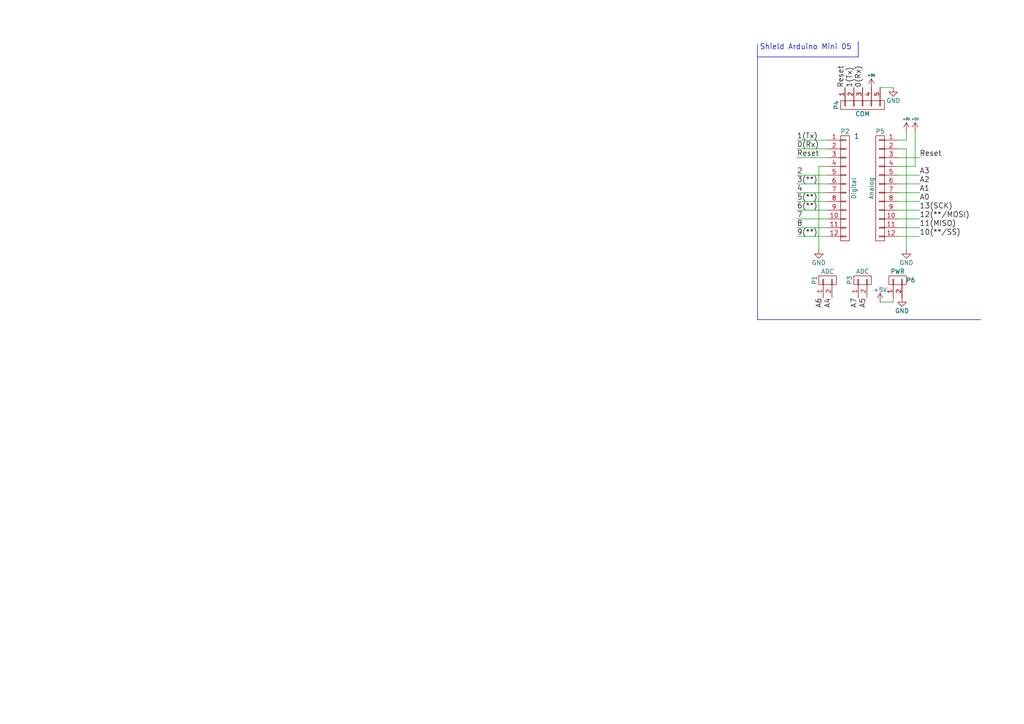
<source format=kicad_sch>
(kicad_sch (version 20230121) (generator eeschema)
  (paper "A4")
  (title_block (date "sam. 04 avril 2015"))
  (lib_symbols
    (symbol "Arduino_Mini-rescue:+5V" (power) (pin_names (offset 0))
      (property "Value" "+5V" (at 0 3.556 0))
      (symbol "+5V_0_1"
        (polyline (pts (xy -0.762 1.27) (xy 0 2.54)))
        (polyline (pts (xy 0 0) (xy 0 2.54)))
        (polyline (pts (xy 0 2.54) (xy 0.762 1.27)))
      )
      (symbol "+5V_1_1"
        (pin power_in line (at 0 0 90) (length 0) hide (name "+5V") (number "1"))
      )
    )
    (symbol "Arduino_Mini-rescue:+9V" (power) (pin_names (offset 0))
      (property "Value" "+9V" (at 0 3.556 0))
      (symbol "+9V_0_1"
        (polyline (pts (xy -0.762 1.27) (xy 0 2.54)))
        (polyline (pts (xy 0 0) (xy 0 2.54)))
        (polyline (pts (xy 0 2.54) (xy 0.762 1.27)))
      )
      (symbol "+9V_1_1"
        (pin power_in line (at 0 0 90) (length 0) hide (name "+9V") (number "1"))
      )
    )
    (symbol "Arduino_Mini-rescue:CONN_01X02" (pin_names (offset 1.016) hide)
      (property "Reference" "P" (at 0 3.81 0))
      (property "Value" "CONN_01X02" (at 2.54 0 90))
      (symbol "CONN_01X02_0_1"
        (rectangle (start -1.27 -1.143) (end 0.254 -1.397))
        (rectangle (start -1.27 1.397) (end 0.254 1.143))
        (rectangle (start -1.27 2.54) (end 1.27 -2.54))
      )
      (symbol "CONN_01X02_1_1"
        (pin passive line (at -5.08 1.27 0) (length 3.81) (name "P1") (number "1"))
        (pin passive line (at -5.08 -1.27 0) (length 3.81) (name "P2") (number "2"))
      )
    )
    (symbol "Arduino_Mini-rescue:CONN_01X05" (pin_names (offset 1.016) hide)
      (property "Reference" "P" (at 0 7.62 0))
      (property "Value" "CONN_01X05" (at 2.54 0 90))
      (symbol "CONN_01X05_0_1"
        (rectangle (start -1.27 -4.953) (end 0.254 -5.207))
        (rectangle (start -1.27 -2.413) (end 0.254 -2.667))
        (rectangle (start -1.27 0.127) (end 0.254 -0.127))
        (rectangle (start -1.27 2.667) (end 0.254 2.413))
        (rectangle (start -1.27 5.207) (end 0.254 4.953))
        (rectangle (start -1.27 6.35) (end 1.27 -6.35))
      )
      (symbol "CONN_01X05_1_1"
        (pin passive line (at -5.08 5.08 0) (length 3.81) (name "P1") (number "1"))
        (pin passive line (at -5.08 2.54 0) (length 3.81) (name "P2") (number "2"))
        (pin passive line (at -5.08 0 0) (length 3.81) (name "P3") (number "3"))
        (pin passive line (at -5.08 -2.54 0) (length 3.81) (name "P4") (number "4"))
        (pin passive line (at -5.08 -5.08 0) (length 3.81) (name "P5") (number "5"))
      )
    )
    (symbol "Arduino_Mini-rescue:CONN_01X12" (pin_names (offset 1.016) hide)
      (property "Reference" "P" (at 0 16.51 0))
      (property "Value" "CONN_01X12" (at 2.54 0 90))
      (symbol "CONN_01X12_0_1"
        (rectangle (start -1.27 -15.24) (end 1.27 15.24))
        (rectangle (start -1.27 -13.843) (end 0.254 -14.097))
        (rectangle (start -1.27 -11.303) (end 0.254 -11.557))
        (rectangle (start -1.27 -8.763) (end 0.254 -9.017))
        (rectangle (start -1.27 -6.223) (end 0.254 -6.477))
        (rectangle (start -1.27 -3.683) (end 0.254 -3.937))
        (rectangle (start -1.27 -1.143) (end 0.254 -1.397))
        (rectangle (start -1.27 1.397) (end 0.254 1.143))
        (rectangle (start -1.27 3.937) (end 0.254 3.683))
        (rectangle (start -1.27 6.477) (end 0.254 6.223))
        (rectangle (start -1.27 9.017) (end 0.254 8.763))
        (rectangle (start -1.27 11.557) (end 0.254 11.303))
        (rectangle (start -1.27 14.097) (end 0.254 13.843))
      )
      (symbol "CONN_01X12_1_1"
        (pin passive line (at -5.08 13.97 0) (length 3.81) (name "P1") (number "1"))
        (pin passive line (at -5.08 -8.89 0) (length 3.81) (name "P10") (number "10"))
        (pin passive line (at -5.08 -11.43 0) (length 3.81) (name "P11") (number "11"))
        (pin passive line (at -5.08 -13.97 0) (length 3.81) (name "P12") (number "12"))
        (pin passive line (at -5.08 11.43 0) (length 3.81) (name "P2") (number "2"))
        (pin passive line (at -5.08 8.89 0) (length 3.81) (name "P3") (number "3"))
        (pin passive line (at -5.08 6.35 0) (length 3.81) (name "P4") (number "4"))
        (pin passive line (at -5.08 3.81 0) (length 3.81) (name "P5") (number "5"))
        (pin passive line (at -5.08 1.27 0) (length 3.81) (name "P6") (number "6"))
        (pin passive line (at -5.08 -1.27 0) (length 3.81) (name "P7") (number "7"))
        (pin passive line (at -5.08 -3.81 0) (length 3.81) (name "P8") (number "8"))
        (pin passive line (at -5.08 -6.35 0) (length 3.81) (name "P9") (number "9"))
      )
    )
    (symbol "Arduino_Mini-rescue:GND" (power) (pin_names (offset 0))
      (property "Value" "GND" (at 0 -3.81 0))
      (symbol "GND_0_1"
        (polyline (pts (xy 0 0) (xy 0 -1.27) (xy 1.27 -1.27) (xy 0 -2.54) (xy -1.27 -1.27) (xy 0 -1.27)))
      )
      (symbol "GND_1_1"
        (pin power_in line (at 0 0 270) (length 0) hide (name "GND") (number "1"))
      )
    )
  )
  (wire (pts (xy 240.03 48.26) (xy 237.49 48.26)))
  (wire (pts (xy 260.35 40.64) (xy 262.89 40.64)))
  (wire (pts (xy 266.7 63.5) (xy 260.35 63.5)))
  (wire (pts (xy 231.14 50.8) (xy 240.03 50.8)))
  (polyline (pts (xy 219.71 92.71) (xy 219.71 12.7)))
  (wire (pts (xy 231.14 60.96) (xy 240.03 60.96)))
  (wire (pts (xy 240.03 63.5) (xy 231.14 63.5)))
  (wire (pts (xy 255.27 25.4) (xy 259.08 25.4)))
  (wire (pts (xy 240.03 53.34) (xy 231.14 53.34)))
  (wire (pts (xy 259.08 87.63) (xy 255.27 87.63)))
  (wire (pts (xy 237.49 48.26) (xy 237.49 72.39)))
  (wire (pts (xy 266.7 58.42) (xy 260.35 58.42)))
  (wire (pts (xy 240.03 68.58) (xy 231.14 68.58)))
  (wire (pts (xy 260.35 60.96) (xy 266.7 60.96)))
  (wire (pts (xy 259.08 86.36) (xy 259.08 87.63)))
  (wire (pts (xy 266.7 66.04) (xy 260.35 66.04)))
  (wire (pts (xy 231.14 55.88) (xy 240.03 55.88)))
  (polyline (pts (xy 248.92 16.51) (xy 248.92 12.065)))
  (wire (pts (xy 240.03 40.64) (xy 231.14 40.64)))
  (wire (pts (xy 260.35 43.18) (xy 262.89 43.18)))
  (wire (pts (xy 266.7 68.58) (xy 260.35 68.58)))
  (wire (pts (xy 262.89 40.64) (xy 262.89 38.1)))
  (wire (pts (xy 266.7 53.34) (xy 260.35 53.34)))
  (wire (pts (xy 240.03 58.42) (xy 231.14 58.42)))
  (wire (pts (xy 266.7 55.88) (xy 260.35 55.88)))
  (wire (pts (xy 260.35 50.8) (xy 266.7 50.8)))
  (wire (pts (xy 240.03 45.72) (xy 231.14 45.72)))
  (wire (pts (xy 260.35 48.26) (xy 265.43 48.26)))
  (polyline (pts (xy 284.48 92.71) (xy 219.71 92.71)))
  (polyline (pts (xy 219.71 16.51) (xy 248.92 16.51)))
  (wire (pts (xy 265.43 48.26) (xy 265.43 38.1)))
  (wire (pts (xy 231.14 66.04) (xy 240.03 66.04)))
  (wire (pts (xy 262.89 43.18) (xy 262.89 72.39)))
  (wire (pts (xy 231.14 43.18) (xy 240.03 43.18)))
  (wire (pts (xy 266.7 45.72) (xy 260.35 45.72)))
  (text "1" (at 247.65 40.64 0) (effects (font (size 1.524 1.524)) (justify left bottom)))
  (text "Shield Arduino Mini 05" (at 220.345 14.605 0) (effects (font (size 1.524 1.524)) (justify left bottom)))
  (label "12(**/MOSI)" (at 266.7 63.5 0) (effects (font (size 1.524 1.524))))
  (label "A1" (at 266.7 55.88 0) (effects (font (size 1.524 1.524))))
  (label "A7" (at 248.92 86.36 270) (effects (font (size 1.524 1.524))))
  (label "6(**)" (at 231.14 60.96 0) (effects (font (size 1.524 1.524))))
  (label "0(Rx)" (at 231.14 43.18 0) (effects (font (size 1.524 1.524))))
  (label "9(**)" (at 231.14 68.58 0) (effects (font (size 1.524 1.524))))
  (label "2" (at 231.14 50.8 0) (effects (font (size 1.524 1.524))))
  (label "A6" (at 238.76 86.36 270) (effects (font (size 1.524 1.524))))
  (label "13(SCK)" (at 266.7 60.96 0) (effects (font (size 1.524 1.524))))
  (label "4" (at 231.14 55.88 0) (effects (font (size 1.524 1.524))))
  (label "A5" (at 251.46 86.36 270) (effects (font (size 1.524 1.524))))
  (label "11(MISO)" (at 266.7 66.04 0) (effects (font (size 1.524 1.524))))
  (label "1(Tx)" (at 247.65 25.4 90) (effects (font (size 1.524 1.524))))
  (label "5(**)" (at 231.14 58.42 0) (effects (font (size 1.524 1.524))))
  (label "7" (at 231.14 63.5 0) (effects (font (size 1.524 1.524))))
  (label "3(**)" (at 231.14 53.34 0) (effects (font (size 1.524 1.524))))
  (label "1(Tx)" (at 231.14 40.64 0) (effects (font (size 1.524 1.524))))
  (label "8" (at 231.14 66.04 0) (effects (font (size 1.524 1.524))))
  (label "0(Rx)" (at 250.19 25.4 90) (effects (font (size 1.524 1.524))))
  (label "A4" (at 241.3 86.36 270) (effects (font (size 1.524 1.524))))
  (label "10(**/SS)" (at 266.7 68.58 0) (effects (font (size 1.524 1.524))))
  (label "Reset" (at 231.14 45.72 0) (effects (font (size 1.524 1.524))))
  (label "A0" (at 266.7 58.42 0) (effects (font (size 1.524 1.524))))
  (label "Reset" (at 266.7 45.72 0) (effects (font (size 1.524 1.524))))
  (label "A3" (at 266.7 50.8 0) (effects (font (size 1.524 1.524))))
  (label "Reset" (at 245.11 25.4 90) (effects (font (size 1.524 1.524))))
  (label "A2" (at 266.7 53.34 0) (effects (font (size 1.524 1.524))))
  (symbol (lib_id "Arduino_Mini-rescue:CONN_01X02") (at 240.03 81.28 90) (unit 1)
    (property "Reference" "P1" (at 236.22 81.28 0))
    (property "Value" "ADC" (at 240.03 78.74 90))
    (property "Footprint" "Socket_Arduino_Mini:Socket_Strip_Arduino_1x02" (effects hide))
  )
  (symbol (lib_id "Arduino_Mini-rescue:CONN_01X02") (at 250.19 81.28 90) (unit 1)
    (property "Reference" "P3" (at 246.38 81.28 0))
    (property "Value" "ADC" (at 250.19 78.74 90))
    (property "Footprint" "Socket_Arduino_Mini:Socket_Strip_Arduino_1x02" (effects hide))
  )
  (symbol (lib_id "Arduino_Mini-rescue:CONN_01X02") (at 260.35 81.28 90) (unit 1)
    (property "Reference" "P6" (at 264.16 81.28 90))
    (property "Value" "PWR" (at 260.35 78.74 90))
    (property "Footprint" "Socket_Arduino_Mini:Socket_Strip_Arduino_1x02" (effects hide))
  )
  (symbol (lib_id "Arduino_Mini-rescue:GND") (at 261.62 86.36 0) (unit 1)
    (property "Reference" "#PWR01" (effects hide))
    (property "Value" "GND" (at 261.62 90.17 0))
  )
  (symbol (lib_id "Arduino_Mini-rescue:+5V") (at 255.27 87.63 0) (unit 1)
    (property "Reference" "#PWR02" (effects hide))
    (property "Value" "+5V" (at 255.27 84.074 0))
  )
  (symbol (lib_id "Arduino_Mini-rescue:GND") (at 262.89 72.39 0) (unit 1)
    (property "Reference" "#PWR03" (effects hide))
    (property "Value" "GND" (at 262.89 76.2 0))
  )
  (symbol (lib_id "Arduino_Mini-rescue:CONN_01X12") (at 245.11 54.61 0) (unit 1)
    (property "Reference" "P2" (at 245.11 38.1 0))
    (property "Value" "Digital" (at 247.65 54.61 90))
    (property "Footprint" "Socket_Arduino_Mini:Socket_Strip_Arduino_1x12" (effects hide))
  )
  (symbol (lib_id "Arduino_Mini-rescue:CONN_01X12") (at 255.27 54.61 0) (mirror y) (unit 1)
    (property "Reference" "P5" (at 255.27 38.1 0))
    (property "Value" "Analog" (at 252.73 54.61 90))
    (property "Footprint" "Socket_Arduino_Mini:Socket_Strip_Arduino_1x12" (effects hide))
  )
  (symbol (lib_id "Arduino_Mini-rescue:GND") (at 237.49 72.39 0) (unit 1)
    (property "Reference" "#PWR04" (effects hide))
    (property "Value" "GND" (at 237.49 76.2 0))
  )
  (symbol (lib_id "Arduino_Mini-rescue:+9V") (at 262.89 38.1 0) (unit 1)
    (property "Reference" "#PWR05" (effects hide))
    (property "Value" "+9V" (at 262.89 34.544 0) (effects (font (size 0.7112 0.7112))))
  )
  (symbol (lib_id "Arduino_Mini-rescue:+5V") (at 265.43 38.1 0) (unit 1)
    (property "Reference" "#PWR06" (effects hide))
    (property "Value" "+5V" (at 265.43 34.544 0) (effects (font (size 0.7112 0.7112))))
  )
  (symbol (lib_id "Arduino_Mini-rescue:CONN_01X05") (at 250.19 30.48 90) (mirror x) (unit 1)
    (property "Reference" "P4" (at 242.57 30.48 0))
    (property "Value" "COM" (at 250.19 33.02 90))
    (property "Footprint" "Socket_Arduino_Mini:Socket_Strip_Arduino_1x05" (effects hide))
  )
  (symbol (lib_id "Arduino_Mini-rescue:+5V") (at 252.73 25.4 0) (unit 1)
    (property "Reference" "#PWR07" (effects hide))
    (property "Value" "+5V" (at 252.73 21.844 0) (effects (font (size 0.7112 0.7112))))
  )
  (symbol (lib_id "Arduino_Mini-rescue:GND") (at 259.08 25.4 0) (unit 1)
    (property "Reference" "#PWR08" (effects hide))
    (property "Value" "GND" (at 259.08 29.21 0))
  )
)
</source>
